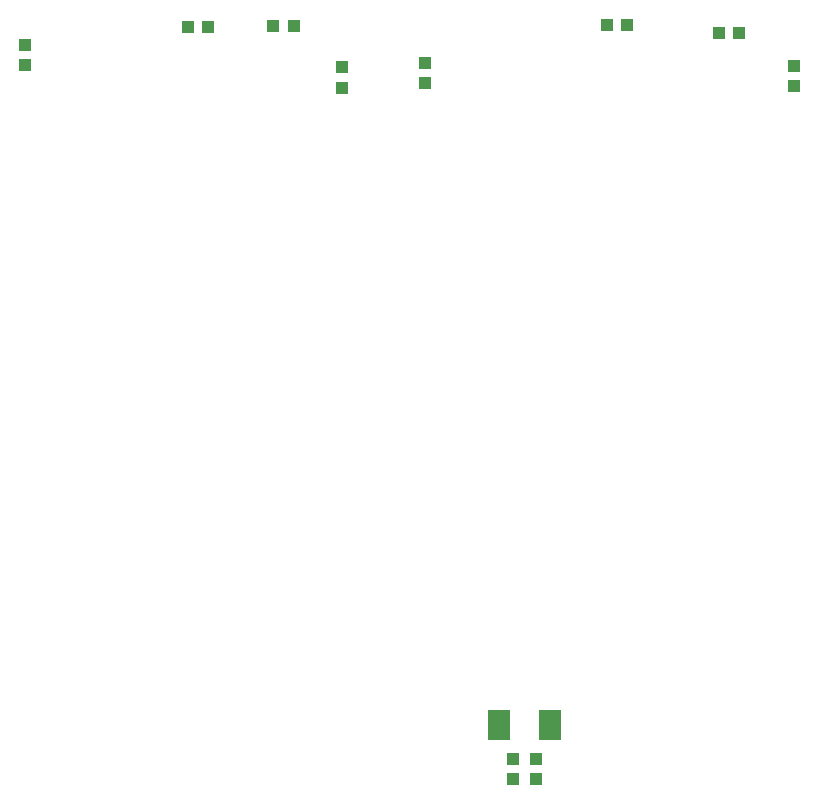
<source format=gbp>
G04*
G04 #@! TF.GenerationSoftware,Altium Limited,Altium Designer,19.1.5 (86)*
G04*
G04 Layer_Color=128*
%FSLAX25Y25*%
%MOIN*%
G70*
G01*
G75*
%ADD20R,0.03937X0.04331*%
%ADD22R,0.04331X0.03937*%
%ADD117R,0.07480X0.10236*%
D20*
X507283Y401575D02*
D03*
Y408268D02*
D03*
X630118Y400394D02*
D03*
Y407087D02*
D03*
X479626Y400000D02*
D03*
Y406693D02*
D03*
X374016Y407579D02*
D03*
Y414272D02*
D03*
X536614Y176083D02*
D03*
Y169390D02*
D03*
X544095Y176083D02*
D03*
Y169390D02*
D03*
D22*
X605217Y418209D02*
D03*
X611909D02*
D03*
X574508Y420768D02*
D03*
X567815D02*
D03*
X456693Y420571D02*
D03*
X463386D02*
D03*
X434842Y420177D02*
D03*
X428150D02*
D03*
D117*
X531890Y187402D02*
D03*
X548819D02*
D03*
M02*

</source>
